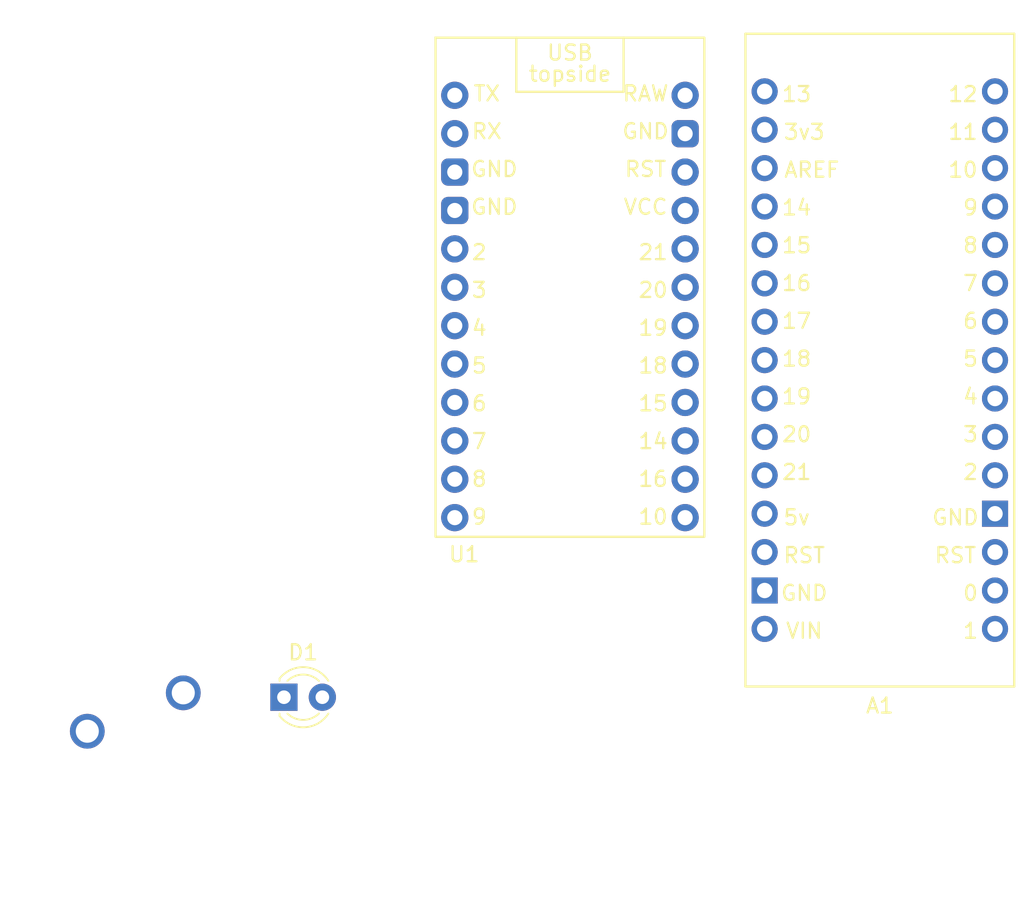
<source format=kicad_pcb>
(kicad_pcb (version 20240108) (generator "pcbnew") (generator_version "8.0")
  (layers (0 "F.Cu" signal) (31 "B.Cu" signal) (34 "B.Paste" user) (35 "F.Paste" user) (36 "B.SilkS" user "B.Silkscreen") (37 "F.SilkS" user "F.Silkscreen") (38 "B.Mask" user) (39 "F.Mask" user) (44 "Edge.Cuts" user))
  (net 0 "")
  (footprint "LED_THT:LED_D3.0mm" (layer "F.Cu") (at 65.46 66)
    (property "Reference" "D1" (at 1.27 -2.96 0) (layer "F.SilkS"))
    (property "Value" "LED_3mm")
    (fp_line (start -0.29 -1.236) (end -0.29 -1.08) (stroke (width 0.12)) (layer "F.SilkS"))
    (fp_line (start -0.29 1.08) (end -0.29 1.236) (stroke (width 0.12)) (layer "F.SilkS"))
    (fp_arc (start -0.29 -1.235516) (mid 1.365624 -1.987701) (end 2.941397 -1.080061) (stroke (width 0.12)) (layer "F.SilkS"))
    (fp_arc (start 0.229039 -1.08) (mid 1.269965 -1.5) (end 2.31091 -1.080049) (stroke (width 0.12)) (layer "F.SilkS"))
    (fp_arc (start 2.31091 1.080049) (mid 1.269965 1.5) (end 0.229039 1.08) (stroke (width 0.12)) (layer "F.SilkS"))
    (fp_arc (start 2.941397 1.080061) (mid 1.365624 1.987701) (end -0.29 1.235516) (stroke (width 0.12)) (layer "F.SilkS"))
    (pad "1" thru_hole rect (at 0 0) (size 1.8 1.8) (drill 0.9) (layers "*.Cu" "*.Mask"))
    (pad "2" thru_hole circle (at 2.54 0) (size 1.8 1.8) (drill 0.9) (layers "*.Cu" "*.Mask"))
  )
  (footprint "PCM_marbastlib-mx:SW_MX_1u" (layer "F.Cu") (at 56.26 70.79)
    (property "Reference" "MX1" (hide yes))
    (property "Value" "MX_SW_solder")
    (pad "" np_thru_hole circle (at -5.08 0) (size 1.75 1.75) (drill 1.75) (layers "*.Cu" "*.Mask"))
    (pad "" np_thru_hole circle (at 0 0) (size 3.9878 3.9878) (drill 3.9878) (layers "*.Cu" "*.Mask"))
    (pad "" np_thru_hole circle (at 5.08 0) (size 1.75 1.75) (drill 1.75) (layers "*.Cu" "*.Mask"))
    (pad "1" thru_hole circle (at -3.81 -2.54) (size 2.3 2.3) (drill 1.524) (layers "*.Cu" "B.Mask"))
    (pad "2" thru_hole circle (at 2.54 -5.08) (size 2.3 2.3) (drill 1.524) (layers "*.Cu" "B.Mask"))
  )
  (footprint "Neko:Arduino_Nano_Socket" (layer "F.Cu") (at 104.88 64.11)
    (property "Reference" "A1" (at 0 2.45 180) (layer "F.SilkS"))
    (property "Value" "Arduino_Nano_Socket")
    (fp_line (start -8.89 1.18) (end -8.89 -42) (stroke (width 0.15)) (layer "F.SilkS"))
    (fp_line (start 8.89 -42) (end -8.89 -42) (stroke (width 0.15)) (layer "F.SilkS"))
    (fp_line (start 8.89 1.18) (end -8.89 1.18) (stroke (width 0.15)) (layer "F.SilkS"))
    (fp_line (start 8.89 1.18) (end 8.89 -42) (stroke (width 0.15)) (layer "F.SilkS"))
    (fp_text user "1" (at 6 -2.5 0) (layer "F.SilkS"))
    (fp_text user "GND" (at -5 -5 0) (layer "F.SilkS"))
    (fp_text user "RST" (at 5 -7.5 0) (layer "F.SilkS"))
    (fp_text user "17" (at -5.5 -23 0) (layer "F.SilkS"))
    (fp_text user "12" (at 5.5 -38 0) (layer "F.SilkS"))
    (fp_text user "6" (at 6 -23 0) (layer "F.SilkS"))
    (fp_text user "5v" (at -5.5 -10 0) (layer "F.SilkS"))
    (fp_text user "GND" (at 5 -10 0) (layer "F.SilkS"))
    (fp_text user "21" (at -5.5 -13 0) (layer "F.SilkS"))
    (fp_text user "13" (at -5.5 -38 0) (layer "F.SilkS"))
    (fp_text user "10" (at 5.5 -33 0) (layer "F.SilkS"))
    (fp_text user "20" (at -5.5 -15.5 0) (layer "F.SilkS"))
    (fp_text user "3" (at 6 -15.5 0) (layer "F.SilkS"))
    (fp_text user "15" (at -5.5 -28 0) (layer "F.SilkS"))
    (fp_text user "RST" (at -5 -7.5 0) (layer "F.SilkS"))
    (fp_text user "19" (at -5.5 -18 0) (layer "F.SilkS"))
    (fp_text user "16" (at -5.5 -25.5 0) (layer "F.SilkS"))
    (fp_text user "14" (at -5.5 -30.5 0) (layer "F.SilkS"))
    (fp_text user "2" (at 6 -13 0) (layer "F.SilkS"))
    (fp_text user "18" (at -5.5 -20.5 0) (layer "F.SilkS"))
    (fp_text user "5" (at 6 -20.5 0) (layer "F.SilkS"))
    (fp_text user "7" (at 6 -25.5 0) (layer "F.SilkS"))
    (fp_text user "9" (at 6 -30.5 0) (layer "F.SilkS"))
    (fp_text user "11" (at 5.5 -35.5 0) (layer "F.SilkS"))
    (fp_text user "8" (at 6 -28 0) (layer "F.SilkS"))
    (fp_text user "AREF" (at -4.5 -33 0) (layer "F.SilkS"))
    (fp_text user "4" (at 6 -18 0) (layer "F.SilkS"))
    (fp_text user "0" (at 6 -5 0) (layer "F.SilkS"))
    (fp_text user "3v3" (at -5 -35.5 0) (layer "F.SilkS"))
    (fp_text user "VIN" (at -5 -2.5 0) (layer "F.SilkS"))
    (pad "" np_thru_hole circle (at -7.62 -40.73 180) (size 1.8 1.8) (drill 1.8) (layers "F&B.Cu" "*.Mask"))
    (pad "" np_thru_hole circle (at -7.62 -0.09 180) (size 1.8 1.8) (drill 1.8) (layers "F&B.Cu" "*.Mask"))
    (pad "" np_thru_hole circle (at 7.62 -40.73 180) (size 1.8 1.8) (drill 1.8) (layers "F&B.Cu" "*.Mask"))
    (pad "" np_thru_hole circle (at 7.62 -0.09 180) (size 1.8 1.8) (drill 1.8) (layers "F&B.Cu" "*.Mask"))
    (pad "3V3" thru_hole circle (at -7.62 -35.65 180) (size 1.7272 1.7272) (drill 1.016) (layers "*.Cu" "*.Mask"))
    (pad "5V" thru_hole circle (at -7.62 -10.25 180) (size 1.7272 1.7272) (drill 1.016) (layers "*.Cu" "*.Mask"))
    (pad "A0" thru_hole circle (at -7.62 -30.57 180) (size 1.7272 1.7272) (drill 1.016) (layers "*.Cu" "*.Mask"))
    (pad "A1" thru_hole circle (at -7.62 -28.03 180) (size 1.7272 1.7272) (drill 1.016) (layers "*.Cu" "*.Mask"))
    (pad "A2" thru_hole circle (at -7.62 -25.49 180) (size 1.7272 1.7272) (drill 1.016) (layers "*.Cu" "*.Mask"))
    (pad "A3" thru_hole circle (at -7.62 -22.95 180) (size 1.7272 1.7272) (drill 1.016) (layers "*.Cu" "*.Mask"))
    (pad "A4" thru_hole circle (at -7.62 -20.41 180) (size 1.7272 1.7272) (drill 1.016) (layers "*.Cu" "*.Mask"))
    (pad "A5" thru_hole circle (at -7.62 -17.87 180) (size 1.7272 1.7272) (drill 1.016) (layers "*.Cu" "*.Mask"))
    (pad "A6" thru_hole circle (at -7.62 -15.33 180) (size 1.7272 1.7272) (drill 1.016) (layers "*.Cu" "*.Mask"))
    (pad "A7" thru_hole circle (at -7.62 -12.79 180) (size 1.7272 1.7272) (drill 1.016) (layers "*.Cu" "*.Mask"))
    (pad "AREF" thru_hole circle (at -7.62 -33.11 180) (size 1.7272 1.7272) (drill 1.016) (layers "*.Cu" "*.Mask"))
    (pad "D0" thru_hole circle (at 7.62 -5.17 180) (size 1.7272 1.7272) (drill 1.016) (layers "*.Cu" "*.Mask"))
    (pad "D1" thru_hole circle (at 7.62 -2.63 180) (size 1.7272 1.7272) (drill 1.016) (layers "*.Cu" "*.Mask"))
    (pad "D2" thru_hole circle (at 7.62 -12.79 180) (size 1.7272 1.7272) (drill 1.016) (layers "*.Cu" "*.Mask"))
    (pad "D3" thru_hole circle (at 7.62 -15.33 180) (size 1.7272 1.7272) (drill 1.016) (layers "*.Cu" "*.Mask"))
    (pad "D4" thru_hole circle (at 7.62 -17.87 180) (size 1.7272 1.7272) (drill 1.016) (layers "*.Cu" "*.Mask"))
    (pad "D5" thru_hole circle (at 7.62 -20.41 180) (size 1.7272 1.7272) (drill 1.016) (layers "*.Cu" "*.Mask"))
    (pad "D6" thru_hole circle (at 7.62 -22.95 180) (size 1.7272 1.7272) (drill 1.016) (layers "*.Cu" "*.Mask"))
    (pad "D7" thru_hole circle (at 7.62 -25.49 180) (size 1.7272 1.7272) (drill 1.016) (layers "*.Cu" "*.Mask"))
    (pad "D8" thru_hole circle (at 7.62 -28.03 180) (size 1.7272 1.7272) (drill 1.016) (layers "*.Cu" "*.Mask"))
    (pad "D9" thru_hole circle (at 7.62 -30.57 180) (size 1.7272 1.7272) (drill 1.016) (layers "*.Cu" "*.Mask"))
    (pad "D10" thru_hole circle (at 7.62 -33.11 180) (size 1.7272 1.7272) (drill 1.016) (layers "*.Cu" "*.Mask"))
    (pad "D11" thru_hole circle (at 7.62 -35.65 180) (size 1.7272 1.7272) (drill 1.016) (layers "*.Cu" "*.Mask"))
    (pad "D12" thru_hole circle (at 7.62 -38.19 180) (size 1.7272 1.7272) (drill 1.016) (layers "*.Cu" "*.Mask"))
    (pad "D13" thru_hole circle (at -7.62 -38.19 180) (size 1.7272 1.7272) (drill 1.016) (layers "*.Cu" "*.Mask"))
    (pad "GND1" thru_hole rect (at 7.62 -10.25 180) (size 1.7272 1.7272) (drill 1.016) (layers "*.Cu" "*.Mask"))
    (pad "GND2" thru_hole rect (at -7.62 -5.17 180) (size 1.7272 1.7272) (drill 1.016) (layers "*.Cu" "*.Mask"))
    (pad "RST1" thru_hole circle (at 7.62 -7.71 180) (size 1.7272 1.7272) (drill 1.016) (layers "*.Cu" "*.Mask"))
    (pad "RST2" thru_hole circle (at -7.62 -7.71 180) (size 1.7272 1.7272) (drill 1.016) (layers "*.Cu" "*.Mask"))
    (pad "VIN" thru_hole circle (at -7.62 -2.63 180) (size 1.7272 1.7272) (drill 1.016) (layers "*.Cu" "*.Mask"))
  )
  (footprint "Neko:ProMicro_USBup" (layer "F.Cu") (at 84.38 40.15)
    (property "Reference" "U1" (at -7 16.4 0) (layer "F.SilkS"))
    (property "Value" "ProMicro")
    (fp_line (start -3.55 -14.2) (end -3.55 -17.78) (stroke (width 0.15)) (layer "F.SilkS"))
    (fp_line (start 3.55 -14.2) (end -3.55 -14.2) (stroke (width 0.15)) (layer "F.SilkS"))
    (fp_line (start 3.55 -14.2) (end 3.55 -17.78) (stroke (width 0.15)) (layer "F.SilkS"))
    (fp_rect (start -8.89 -17.78) (end 8.89 15.24) (stroke (width 0.15)) (fill none) (layer "F.SilkS"))
    (fp_text user "GND" (at 5 -11 0) (layer "F.SilkS") (effects (justify bottom)))
    (fp_text user "21" (at 5.5 -3 0) (layer "F.SilkS") (effects (justify bottom)))
    (fp_text user "2" (at -6 -3 0) (layer "F.SilkS") (effects (justify bottom)))
    (fp_text user "3" (at -6 -0.5 0) (layer "F.SilkS") (effects (justify bottom)))
    (fp_text user "GND" (at -5 -6 0) (layer "F.SilkS") (effects (justify bottom)))
    (fp_text user "18" (at 5.5 4.5 0) (layer "F.SilkS") (effects (justify bottom)))
    (fp_text user "4" (at -6 2 0) (layer "F.SilkS") (effects (justify bottom)))
    (fp_text user "topside" (at 0 -14.8 0) (layer "F.SilkS") (effects (justify bottom)))
    (fp_text user "6" (at -6 7 0) (layer "F.SilkS") (effects (justify bottom)))
    (fp_text user "19" (at 5.5 2 0) (layer "F.SilkS") (effects (justify bottom)))
    (fp_text user "14" (at 5.5 9.5 0) (layer "F.SilkS") (effects (justify bottom)))
    (fp_text user "20" (at 5.5 -0.5 0) (layer "F.SilkS") (effects (justify bottom)))
    (fp_text user "TX" (at -5.5 -13.5 0) (layer "F.SilkS") (effects (justify bottom)))
    (fp_text user "VCC" (at 5 -6 0) (layer "F.SilkS") (effects (justify bottom)))
    (fp_text user "RAW" (at 5 -13.5 0) (layer "F.SilkS") (effects (justify bottom)))
    (fp_text user "RST" (at 5 -8.5 0) (layer "F.SilkS") (effects (justify bottom)))
    (fp_text user "GND" (at -5 -8.5 0) (layer "F.SilkS") (effects (justify bottom)))
    (fp_text user "10" (at 5.5 14.5 0) (layer "F.SilkS") (effects (justify bottom)))
    (fp_text user "9" (at -6 14.5 0) (layer "F.SilkS") (effects (justify bottom)))
    (fp_text user "7" (at -6 9.5 0) (layer "F.SilkS") (effects (justify bottom)))
    (fp_text user "5" (at -6 4.5 0) (layer "F.SilkS") (effects (justify bottom)))
    (fp_text user "USB" (at 0 -16.2 0) (layer "F.SilkS") (effects (justify bottom)))
    (fp_text user "8" (at -6 12 0) (layer "F.SilkS") (effects (justify bottom)))
    (fp_text user "15" (at 5.5 7 0) (layer "F.SilkS") (effects (justify bottom)))
    (fp_text user "16" (at 5.5 12 0) (layer "F.SilkS") (effects (justify bottom)))
    (fp_text user "RX" (at -5.5 -11 0) (layer "F.SilkS") (effects (justify bottom)))
    (pad "2" thru_hole circle (at -7.62 -3.81) (size 1.8 1.8) (drill 1) (layers "*.Cu" "B.Mask"))
    (pad "3" thru_hole circle (at -7.62 -1.27) (size 1.8 1.8) (drill 1) (layers "*.Cu" "B.Mask"))
    (pad "4" thru_hole circle (at -7.62 1.27) (size 1.8 1.8) (drill 1) (layers "*.Cu" "B.Mask"))
    (pad "5" thru_hole circle (at -7.62 3.81) (size 1.8 1.8) (drill 1) (layers "*.Cu" "B.Mask"))
    (pad "6" thru_hole circle (at -7.62 6.35) (size 1.8 1.8) (drill 1) (layers "*.Cu" "B.Mask"))
    (pad "7" thru_hole circle (at -7.62 8.89) (size 1.8 1.8) (drill 1) (layers "*.Cu" "B.Mask"))
    (pad "8" thru_hole circle (at -7.62 11.43) (size 1.8 1.8) (drill 1) (layers "*.Cu" "B.Mask"))
    (pad "9" thru_hole circle (at -7.62 13.97) (size 1.8 1.8) (drill 1) (layers "*.Cu" "B.Mask"))
    (pad "10" thru_hole circle (at 7.62 13.97) (size 1.8 1.8) (drill 1) (layers "*.Cu" "B.Mask"))
    (pad "14" thru_hole circle (at 7.62 8.89) (size 1.8 1.8) (drill 1) (layers "*.Cu" "B.Mask"))
    (pad "15" thru_hole circle (at 7.62 6.35) (size 1.8 1.8) (drill 1) (layers "*.Cu" "B.Mask"))
    (pad "16" thru_hole circle (at 7.62 11.43) (size 1.8 1.8) (drill 1) (layers "*.Cu" "B.Mask"))
    (pad "18" thru_hole circle (at 7.62 3.81) (size 1.8 1.8) (drill 1) (layers "*.Cu" "B.Mask"))
    (pad "19" thru_hole circle (at 7.62 1.27) (size 1.8 1.8) (drill 1) (layers "*.Cu" "B.Mask"))
    (pad "20" thru_hole circle (at 7.62 -1.27) (size 1.8 1.8) (drill 1) (layers "*.Cu" "B.Mask"))
    (pad "21" thru_hole circle (at 7.62 -3.81) (size 1.8 1.8) (drill 1) (layers "*.Cu" "B.Mask"))
    (pad "GND" thru_hole roundrect (at -7.62 -8.89) (size 1.8 1.8) (drill 1) (layers "*.Cu" "B.Mask"))
    (pad "GND" thru_hole roundrect (at -7.62 -6.35) (size 1.8 1.8) (drill 1) (layers "*.Cu" "B.Mask"))
    (pad "GND" thru_hole roundrect (at 7.62 -11.43) (size 1.8 1.8) (drill 1) (layers "*.Cu" "B.Mask"))
    (pad "RAW" thru_hole circle (at 7.62 -13.97) (size 1.8 1.8) (drill 1) (layers "*.Cu" "B.Mask"))
    (pad "RST" thru_hole circle (at 7.62 -8.89) (size 1.8 1.8) (drill 1) (layers "*.Cu" "B.Mask"))
    (pad "RX" thru_hole circle (at -7.62 -11.43) (size 1.8 1.8) (drill 1) (layers "*.Cu" "B.Mask"))
    (pad "TX" thru_hole circle (at -7.62 -13.97) (size 1.8 1.8) (drill 1) (layers "*.Cu" "B.Mask"))
    (pad "VCC" thru_hole circle (at 7.62 -6.35) (size 1.8 1.8) (drill 1) (layers "*.Cu" "B.Mask"))
  )
)
</source>
